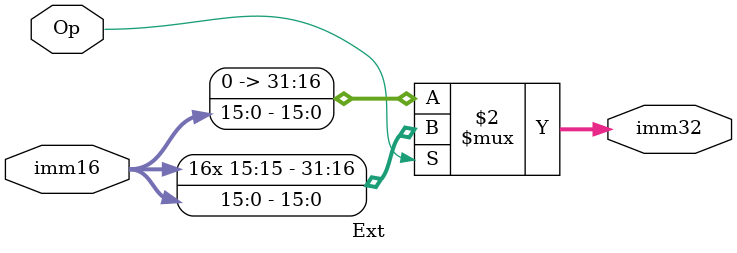
<source format=v>
`timescale 1ns / 1ps
module Ext(
    input [15:0] imm16,
    input Op,
    output [31:0] imm32
    );

    assign imm32 = (Op == 1'b0) ? {16'h0000, imm16} : {{16{imm16[15]}}, imm16};


endmodule

</source>
